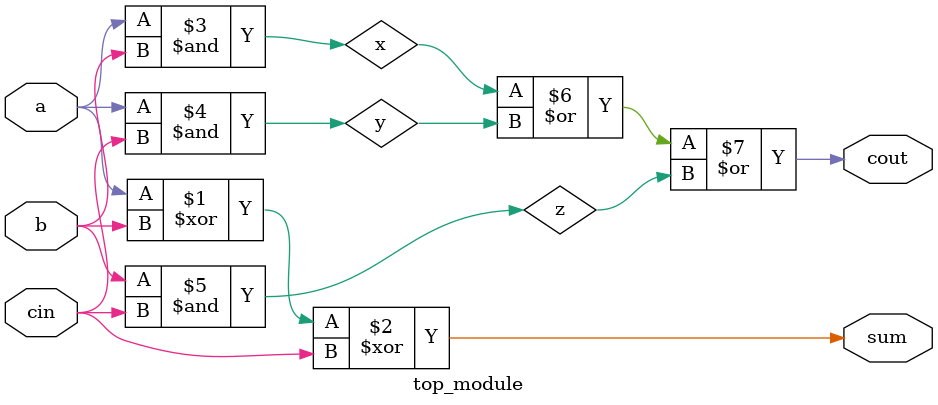
<source format=sv>
module top_module (
    input a,
    input b,
    input cin,
    output cout,
    output sum
);

    wire x, y, z;

    // Sum
    assign sum = a ^ b ^ cin;

    // Carry
    assign x = a & b;
    assign y = a & cin;
    assign z = b & cin;
    assign cout = x | y | z;

endmodule

</source>
